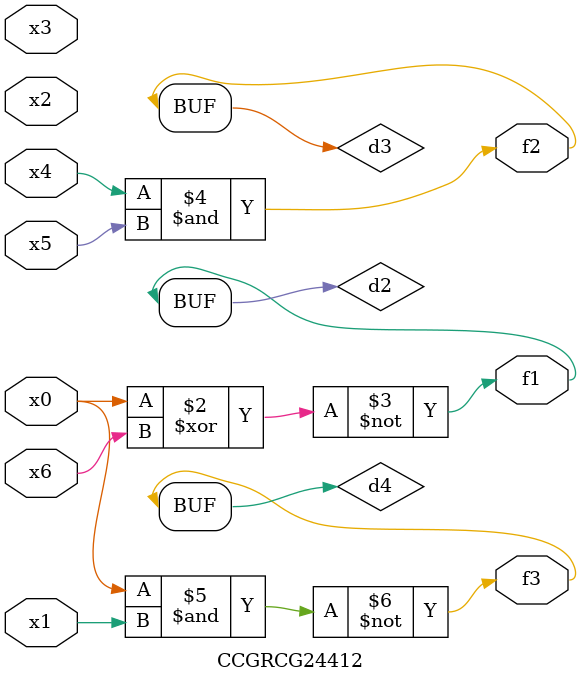
<source format=v>
module CCGRCG24412(
	input x0, x1, x2, x3, x4, x5, x6,
	output f1, f2, f3
);

	wire d1, d2, d3, d4;

	nor (d1, x0);
	xnor (d2, x0, x6);
	and (d3, x4, x5);
	nand (d4, x0, x1);
	assign f1 = d2;
	assign f2 = d3;
	assign f3 = d4;
endmodule

</source>
